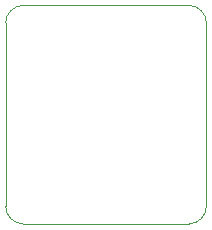
<source format=gbr>
G04 #@! TF.GenerationSoftware,KiCad,Pcbnew,5.99.0-unknown-8eca23aabe~115~ubuntu20.04.1*
G04 #@! TF.CreationDate,2021-02-02T12:21:53+00:00*
G04 #@! TF.ProjectId,dvi_pmod,6476695f-706d-46f6-942e-6b696361645f,rev?*
G04 #@! TF.SameCoordinates,Original*
G04 #@! TF.FileFunction,Profile,NP*
%FSLAX46Y46*%
G04 Gerber Fmt 4.6, Leading zero omitted, Abs format (unit mm)*
G04 Created by KiCad (PCBNEW 5.99.0-unknown-8eca23aabe~115~ubuntu20.04.1) date 2021-02-02 12:21:53*
%MOMM*%
%LPD*%
G01*
G04 APERTURE LIST*
G04 #@! TA.AperFunction,Profile*
%ADD10C,0.100000*%
G04 #@! TD*
G04 APERTURE END LIST*
D10*
X144000000Y-84500000D02*
G75*
G02*
X142500000Y-86000000I-1500000J0D01*
G01*
X144000000Y-69000000D02*
X144000000Y-84500000D01*
X142500000Y-86000000D02*
X128500000Y-86000000D01*
X128500000Y-67500000D02*
X142500000Y-67500000D01*
X127000000Y-69000000D02*
G75*
G02*
X128500000Y-67500000I1500000J0D01*
G01*
X127000000Y-84500000D02*
X127000000Y-69000000D01*
X142500000Y-67500000D02*
G75*
G02*
X144000000Y-69000000I0J-1500000D01*
G01*
X128500000Y-86000000D02*
G75*
G02*
X127000000Y-84500000I0J1500000D01*
G01*
M02*

</source>
